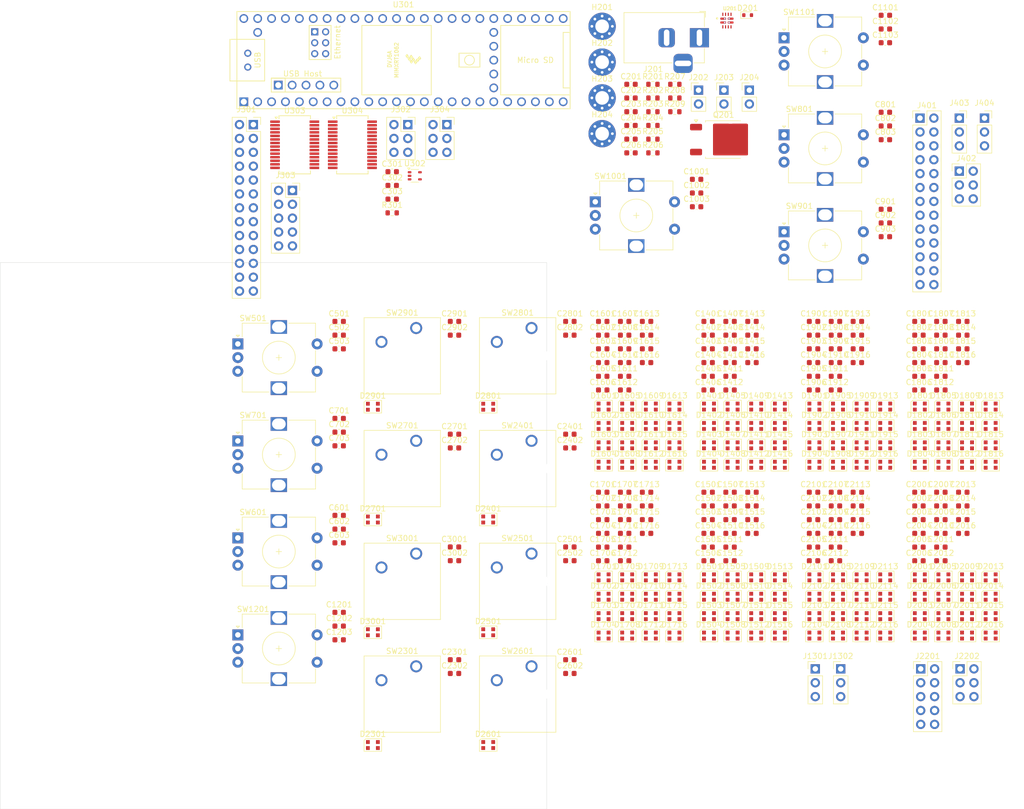
<source format=kicad_pcb>
(kicad_pcb (version 20241229) (generator "pcbnew") (generator_version "9.0")
  (layers (0 "F.Cu" signal) (2 "B.Cu" signal) (13 "F.Paste" user) (15 "B.Paste" user) (5 "F.SilkS" user "F.Silkscreen") (7 "B.SilkS" user "B.Silkscreen") (1 "F.Mask" user) (3 "B.Mask" user) (25 "Edge.Cuts" user))
  (net 0 "")
  (net 1 "GND")
  (net 2 "Net-(U201-SS)")
  (net 3 "+5V")
  (net 4 "Net-(D201-A2)")
  (net 5 "Net-(D1401-DOUT)")
  (net 6 "Net-(D1402-DOUT)")
  (net 7 "Net-(D1403-DOUT)")
  (net 8 "Net-(D1404-DOUT)")
  (net 9 "Net-(D1405-DOUT)")
  (net 10 "Net-(D1406-DOUT)")
  (net 11 "Net-(D1407-DOUT)")
  (net 12 "Net-(D1408-DOUT)")
  (net 13 "Net-(D1409-DOUT)")
  (net 14 "Net-(D1410-DOUT)")
  (net 15 "Net-(D1411-DOUT)")
  (net 16 "Net-(D1412-DOUT)")
  (net 17 "Net-(D1413-DOUT)")
  (net 18 "Net-(D1414-DOUT)")
  (net 19 "Net-(D1415-DOUT)")
  (net 20 "Net-(D1501-DOUT)")
  (net 21 "Net-(D1502-DOUT)")
  (net 22 "Net-(D1503-DOUT)")
  (net 23 "Net-(D1504-DOUT)")
  (net 24 "Net-(D1505-DOUT)")
  (net 25 "Net-(D1506-DOUT)")
  (net 26 "Net-(D1507-DOUT)")
  (net 27 "Net-(D1508-DOUT)")
  (net 28 "Net-(D1509-DOUT)")
  (net 29 "Net-(D1510-DOUT)")
  (net 30 "Net-(D1511-DOUT)")
  (net 31 "Net-(D1512-DOUT)")
  (net 32 "Net-(D1513-DOUT)")
  (net 33 "Net-(D1514-DOUT)")
  (net 34 "Net-(D1515-DOUT)")
  (net 35 "Net-(D1601-DOUT)")
  (net 36 "Net-(D1602-DOUT)")
  (net 37 "Net-(D1603-DOUT)")
  (net 38 "Net-(D1604-DOUT)")
  (net 39 "Net-(D1605-DOUT)")
  (net 40 "Net-(D1606-DOUT)")
  (net 41 "Net-(D1607-DOUT)")
  (net 42 "Net-(D1608-DOUT)")
  (net 43 "Net-(D1609-DOUT)")
  (net 44 "Net-(D1610-DOUT)")
  (net 45 "Net-(D1611-DOUT)")
  (net 46 "Net-(D1612-DOUT)")
  (net 47 "Net-(D1613-DOUT)")
  (net 48 "Net-(D1614-DOUT)")
  (net 49 "Net-(D1615-DOUT)")
  (net 50 "Net-(D1701-DOUT)")
  (net 51 "Net-(D1702-DOUT)")
  (net 52 "Net-(D1703-DOUT)")
  (net 53 "Net-(D1704-DOUT)")
  (net 54 "Net-(D1705-DOUT)")
  (net 55 "Net-(D1706-DOUT)")
  (net 56 "Net-(D1707-DOUT)")
  (net 57 "Net-(D1708-DOUT)")
  (net 58 "Net-(D1709-DOUT)")
  (net 59 "Net-(D1710-DOUT)")
  (net 60 "Net-(D1711-DOUT)")
  (net 61 "Net-(D1712-DOUT)")
  (net 62 "Net-(D1713-DOUT)")
  (net 63 "Net-(D1714-DOUT)")
  (net 64 "Net-(D1715-DOUT)")
  (net 65 "Net-(D1801-DOUT)")
  (net 66 "Net-(D1802-DOUT)")
  (net 67 "Net-(D1803-DOUT)")
  (net 68 "Net-(D1804-DOUT)")
  (net 69 "Net-(D1805-DOUT)")
  (net 70 "Net-(D1806-DOUT)")
  (net 71 "Net-(D1807-DOUT)")
  (net 72 "Net-(D1808-DOUT)")
  (net 73 "Net-(D1809-DOUT)")
  (net 74 "Net-(D1810-DOUT)")
  (net 75 "Net-(D1811-DOUT)")
  (net 76 "Net-(D1812-DOUT)")
  (net 77 "Net-(D1813-DOUT)")
  (net 78 "Net-(D1814-DOUT)")
  (net 79 "Net-(D1815-DOUT)")
  (net 80 "Net-(D1901-DOUT)")
  (net 81 "Net-(D1902-DOUT)")
  (net 82 "Net-(D1903-DOUT)")
  (net 83 "Net-(D1904-DOUT)")
  (net 84 "Net-(D1905-DOUT)")
  (net 85 "Net-(D1906-DOUT)")
  (net 86 "Net-(D1907-DOUT)")
  (net 87 "Net-(D1908-DOUT)")
  (net 88 "Net-(D1909-DOUT)")
  (net 89 "Net-(D1910-DOUT)")
  (net 90 "Net-(D1911-DOUT)")
  (net 91 "Net-(D1912-DOUT)")
  (net 92 "Net-(D1913-DOUT)")
  (net 93 "Net-(D1914-DOUT)")
  (net 94 "Net-(D1915-DOUT)")
  (net 95 "Net-(D2001-DOUT)")
  (net 96 "Net-(D2002-DOUT)")
  (net 97 "Net-(D2003-DOUT)")
  (net 98 "Net-(D2004-DOUT)")
  (net 99 "Net-(D2005-DOUT)")
  (net 100 "Net-(D2006-DOUT)")
  (net 101 "Net-(D2007-DOUT)")
  (net 102 "Net-(D2008-DOUT)")
  (net 103 "Net-(D2009-DOUT)")
  (net 104 "Net-(D2010-DOUT)")
  (net 105 "Net-(D2011-DOUT)")
  (net 106 "Net-(D2012-DOUT)")
  (net 107 "Net-(D2013-DOUT)")
  (net 108 "Net-(D2014-DOUT)")
  (net 109 "Net-(D2015-DOUT)")
  (net 110 "Net-(D2101-DOUT)")
  (net 111 "Net-(D2102-DOUT)")
  (net 112 "Net-(D2103-DOUT)")
  (net 113 "Net-(D2104-DOUT)")
  (net 114 "Net-(D2105-DOUT)")
  (net 115 "Net-(D2106-DOUT)")
  (net 116 "Net-(D2107-DOUT)")
  (net 117 "Net-(D2108-DOUT)")
  (net 118 "Net-(D2109-DOUT)")
  (net 119 "Net-(D2110-DOUT)")
  (net 120 "Net-(D2111-DOUT)")
  (net 121 "Net-(D2112-DOUT)")
  (net 122 "Net-(D2113-DOUT)")
  (net 123 "Net-(D2114-DOUT)")
  (net 124 "Net-(D2115-DOUT)")
  (net 125 "Net-(J302-Pin_4)")
  (net 127 "Net-(U201-OV1)")
  (net 128 "Net-(U201-OV2)")
  (net 129 "Net-(U201-PR1)")
  (net 130 "Net-(U201-CP2)")
  (net 131 "Net-(U201-ILIM)")
  (net 132 "Net-(R301-Pad1)")
  (net 185 "/main/VAUX")
  (net 186 "/main/VUSB")
  (net 187 "/main/Teensy/3.3V")
  (net 188 "/main/Teensy/0_GPA0")
  (net 189 "/main/Teensy/0_GPB0")
  (net 190 "/main/Teensy/1_GPA0")
  (net 191 "/main/Teensy/0_GPA1")
  (net 192 "/main/Teensy/0_GPB1")
  (net 193 "/main/Teensy/1_GPA1")
  (net 194 "/main/Teensy/0_GPA2")
  (net 195 "/main/Teensy/0_GPB2")
  (net 196 "/main/Teensy/1_GPA2")
  (net 197 "/main/Teensy/0_GPA3")
  (net 198 "/main/Teensy/0_GPB3")
  (net 199 "/main/Teensy/1_GPA3")
  (net 200 "/main/Teensy/0_GPA4")
  (net 201 "/main/Teensy/0_GPB4")
  (net 202 "/main/Teensy/1_GPA4")
  (net 203 "/main/Teensy/0_GPA5")
  (net 204 "/main/Teensy/0_GPB5")
  (net 205 "/main/Teensy/1_GPA5")
  (net 206 "/main/Teensy/0_GPA6")
  (net 207 "/main/Teensy/0_GPB6")
  (net 208 "/main/Teensy/1_GPA6")
  (net 209 "/main/Teensy/0_GPA7")
  (net 210 "/main/Teensy/0_GPB7")
  (net 211 "/main/Teensy/1_GPA7")
  (net 212 "/main/Teensy/1_GPB0")
  (net 213 "/main/Teensy/1_GPB1")
  (net 214 "/main/Teensy/1_GPB2")
  (net 215 "/main/Teensy/1_GPB3")
  (net 216 "/main/Teensy/1_GPB4")
  (net 217 "/main/Teensy/1_GPB5")
  (net 218 "/main/Teensy/1_GPB6")
  (net 219 "/main/Teensy/1_GPB7")
  (net 220 "/main/Teensy/NEOPIXEL_DATA_5V")
  (net 221 "/main/VCC")
  (net 222 "/encoder8/0_GPA0")
  (net 223 "/encoder8/0_GPB0")
  (net 224 "/encoder8/1_GPA0")
  (net 225 "/encoder8/0_GPA1")
  (net 226 "/encoder8/0_GPB1")
  (net 227 "/encoder8/1_GPA1")
  (net 228 "/encoder8/0_GPA2")
  (net 229 "/encoder8/0_GPB2")
  (net 230 "/encoder8/1_GPA2")
  (net 231 "/encoder8/0_GPA3")
  (net 232 "/encoder8/0_GPB3")
  (net 233 "/encoder8/1_GPA3")
  (net 234 "/encoder8/0_GPA4")
  (net 235 "/encoder8/0_GPB4")
  (net 236 "/encoder8/1_GPA4")
  (net 237 "/main/ST")
  (net 238 "/main/Teensy/LCD_MOSI")
  (net 239 "/main/Teensy/MCP_INT_A")
  (net 240 "/main/Teensy/MCP_MOSI")
  (net 241 "/main/Teensy/LCD_CS")
  (net 242 "/main/Teensy/MCP_INT_B")
  (net 243 "/main/Teensy/LCD_RST")
  (net 244 "/main/Teensy/NEOPIXEL_DATA")
  (net 245 "/main/Teensy/MCP_RST")
  (net 246 "/main/Teensy/MCP_MISO")
  (net 247 "/main/Teensy/MCP_CS")
  (net 248 "/main/Teensy/LCD_MISO")
  (net 249 "/main/Teensy/LCD_SCK")
  (net 250 "/main/Teensy/MCP_SCK")
  (net 251 "/encoder8/0_GPA5")
  (net 252 "/encoder8/0_GPB5")
  (net 253 "/encoder8/1_GPA5")
  (net 254 "/encoder8/0_GPA6")
  (net 255 "/encoder8/0_GPB6")
  (net 256 "/encoder8/1_GPA6")
  (net 257 "/encoder8/0_GPA7")
  (net 258 "/encoder8/0_GPB7")
  (net 259 "/encoder8/1_GPA7")
  (net 260 "/button8/LED_5V")
  (net 261 "/button8/1_GPB0")
  (net 262 "/button8/1_GPB1")
  (net 263 "/button8/1_GPB2")
  (net 264 "/button8/1_GPB3")
  (net 265 "/button8/1_GPB4")
  (net 266 "/button8/1_GPB5")
  (net 267 "/button8/1_GPB6")
  (net 268 "/button8/1_GPB7")
  (net 269 "/ledRing8/DIN")
  (net 270 "/ledRing8/ledRing/DOUT")
  (net 271 "/ledRing8/ledRing1/DIN")
  (net 272 "/ledRing8/ledRing1/DOUT")
  (net 273 "/ledRing8/ledRing3/DOUT")
  (net 274 "/ledRing8/ledRing4/DOUT")
  (net 275 "/ledRing8/ledRing5/DOUT")
  (net 276 "/ledRing8/ledRing6/DOUT")
  (net 277 "/ledRing8/DOUT")
  (net 278 "/button8/LED_DIN")
  (net 279 "/button8/button/DOUT")
  (net 280 "/button8/button1/DOUT")
  (net 281 "/button8/button2/DOUT")
  (net 282 "/button8/button3/DOUT")
  (net 283 "/button8/button4/DOUT")
  (net 284 "/button8/button5/DOUT")
  (net 285 "/button8/button6/DOUT")
  (net 286 "/button8/LED_DOUT")
  (net 287 "/encoder8/LED_DIN")
  (net 288 "/encoder8/LED_5V")
  (net 289 "/encoder8/LED_DOUT")
  (footprint "Capacitor_SMD:C_0603_1608Metric" (layer "F.Cu") (at 109.31 65.114)
    (property "Reference" "C2902")
    (property "Value" "100n")
  )
  (footprint "Capacitor_SMD:C_0603_1608Metric" (layer "F.Cu") (at 183 65.114)
    (property "Reference" "C1914")
    (property "Value" "100n")
  )
  (footprint "LED_SMD:LED_WS2812B-2020_PLCC4_2.0x2.0mm" (layer "F.Cu") (at 140.895 120.094)
    (property "Reference" "D1708")
    (property "Value" "WS2812B-2020")
  )
  (footprint "Capacitor_SMD:C_0603_1608Metric" (layer "F.Cu") (at 183 96.374)
    (property "Reference" "C2114")
    (property "Value" "100n")
  )
  (footprint "LED_SMD:LED_WS2812B-2020_PLCC4_2.0x2.0mm" (layer "F.Cu") (at 198.735 120.094)
    (property "Reference" "D2008")
    (property "Value" "WS2812B-2020")
  )
  (footprint "LED_SMD:LED_WS2812B-2020_PLCC4_2.0x2.0mm" (layer "F.Cu") (at 136.575 78.184)
    (property "Reference" "D1601")
    (property "Value" "WS2812B-2020")
  )
  (footprint "Capacitor_SMD:C_0603_1608Metric" (layer "F.Cu") (at 88.21 67.624)
    (property "Reference" "C503")
    (property "Value" "100n")
  )
  (footprint "Capacitor_SMD:C_0603_1608Metric" (layer "F.Cu") (at 174.98 75.154)
    (property "Reference" "C1906")
    (property "Value" "100n")
  )
  (footprint "LED_SMD:LED_WS2812B-2020_PLCC4_2.0x2.0mm" (layer "F.Cu") (at 183.775 112.994)
    (property "Reference" "D2110")
    (property "Value" "WS2812B-2020")
  )
  (footprint "LED_SMD:LED_WS2812B-2020_PLCC4_2.0x2.0mm" (layer "F.Cu") (at 155.855 85.284)
    (property "Reference" "D1403")
    (property "Value" "WS2812B-2020")
  )
  (footprint "Capacitor_SMD:C_0603_1608Metric" (layer "F.Cu") (at 194.26 67.624)
    (property "Reference" "C1803")
    (property "Value" "100n")
  )
  (footprint "Rotary_Encoder:RotaryEncoder_Alps_EC12E-Switch_Vertical_H20mm" (layer "F.Cu") (at 169.59 10.694)
    (property "Reference" "SW1101")
    (property "Value" "RotaryEncoder_Switch")
  )
  (footprint "MountingHole:MountingHole_2.5mm_Pad_Via" (layer "F.Cu") (at 136.31 15.144)
    (property "Reference" "H202")
    (property "Value" "MountingHole_Pad")
  )
  (footprint "LED_SMD:LED_WS2812B-2020_PLCC4_2.0x2.0mm" (layer "F.Cu") (at 160.175 81.734)
    (property "Reference" "D1406")
    (property "Value" "WS2812B-2020")
  )
  (footprint "Capacitor_SMD:C_0603_1608Metric" (layer "F.Cu") (at 163.72 101.394)
    (property "Reference" "C1516")
    (property "Value" "100n")
  )
  (footprint "LED_SMD:LED_WS2812B-2020_PLCC4_2.0x2.0mm" (layer "F.Cu") (at 149.535 112.994)
    (property "Reference" "D1714")
    (property "Value" "WS2812B-2020")
  )
  (footprint "Capacitor_SMD:C_0603_1608Metric" (layer "F.Cu") (at 178.99 70.134)
    (property "Reference" "C1910")
    (property "Value" "100n")
  )
  (footprint "Capacitor_SMD:C_0603_1608Metric" (layer "F.Cu") (at 97.91 35.204)
    (property "Reference" "C301")
    (property "Value" "100n")
  )
  (footprint "LED_SMD:LED_WS2812B-2020_PLCC4_2.0x2.0mm" (layer "F.Cu") (at 179.455 112.994)
    (property "Reference" "D2106")
    (property "Value" "WS2812B-2020")
  )
  (footprint "LED_SMD:LED_WS2812B-2020_PLCC4_2.0x2.0mm" (layer "F.Cu") (at 140.895 78.184)
    (property "Reference" "D1605")
    (property "Value" "WS2812B-2020")
  )
  (footprint "Capacitor_SMD:C_0603_1608Metric" (layer "F.Cu") (at 109.31 127.034)
    (property "Reference" "C2302")
    (property "Value" "100n")
  )
  (footprint "Button_Switch_Keyboard:SW_Cherry_MX_1.00u_PCB" (layer "F.Cu") (at 102.3 63.814)
    (property "Reference" "SW2901")
    (property "Value" "SW_Push")
  )
  (footprint "Capacitor_SMD:C_0603_1608Metric" (layer "F.Cu") (at 178.99 106.414)
    (property "Reference" "C2112")
    (property "Value" "100n")
  )
  (footprint "LED_SMD:LED_WS2812B-2020_PLCC4_2.0x2.0mm" (layer "F.Cu") (at 175.135 120.094)
    (property "Reference" "D2104")
    (property "Value" "WS2812B-2020")
  )
  (footprint "Capacitor_SMD:C_0603_1608Metric" (layer "F.Cu") (at 159.71 65.114)
    (property "Reference" "C1408")
    (property "Value" "100n")
  )
  (footprint "Connector_PinHeader_2.54mm:PinHeader_1x02_P2.54mm_Vertical" (layer "F.Cu") (at 153.94 20.274)
    (property "Reference" "J202")
    (property "Value" "Conn_01x02")
  )
  (footprint "MountingHole:MountingHole_2.5mm_Pad_Via" (layer "F.Cu") (at 136.31 21.694)
    (property "Reference" "H203")
    (property "Value" "MountingHole_Pad")
  )
  (footprint "LED_SMD:LED_WS2812B-2020_PLCC4_2.0x2.0mm" (layer "F.Cu") (at 168.815 116.544)
    (property "Reference" "D1515")
    (property "Value" "WS2812B-2020")
  )
  (footprint "Rotary_Encoder:RotaryEncoder_Alps_EC12E-Switch_Vertical_H20mm" (layer "F.Cu") (at 69.68 66.724)
    (property "Reference" "SW501")
    (property "Value" "RotaryEncoder_Switch")
  )
  (footprint "LED_SMD:LED_WS2812B-2020_PLCC4_2.0x2.0mm" (layer "F.Cu") (at 168.815 81.734)
    (property "Reference" "D1414")
    (property "Value" "WS2812B-2020")
  )
  (footprint "Connector_PinSocket_2.54mm:PinSocket_2x03_P2.54mm_Vertical" (layer "F.Cu") (at 100.77 26.574)
    (property "Reference" "J302")
    (property "Value" "Conn_02x03_Odd_Even")
  )
  (footprint "LED_SMD:LED_WS2812B-2020_PLCC4_2.0x2.0mm" (layer "F.Cu") (at 149.535 81.734)
    (property "Reference" "D1614")
    (property "Value" "WS2812B-2020")
  )
  (footprint "LED_SMD:LED_WS2812B-2020_PLCC4_2.0x2.0mm" (layer "F.Cu") (at 94.375 140.134)
    (property "Reference" "D2301")
    (property "Value" "WS2812B-2020")
  )
  (footprint "LED_SMD:LED_WS2812B-2020_PLCC4_2.0x2.0mm" (layer "F.Cu") (at 149.535 109.444)
    (property "Reference" "D1713")
    (property "Value" "WS2812B-2020")
  )
  (footprint "Capacitor_SMD:C_0603_1608Metric" (layer "F.Cu") (at 144.44 67.624)
    (property "Reference" "C1615")
    (property "Value" "100n")
  )
  (footprint "Capacitor_SMD:C_0603_1608Metric" (layer "F.Cu") (at 163.72 65.114)
    (property "Reference" "C1414")
    (property "Value" "100n")
  )
  (footprint "Connector_PinHeader_2.54mm:PinHeader_1x02_P2.54mm_Vertical" (layer "F.Cu") (at 163.24 20.274)
    (property "Reference" "J204")
    (property "Value" "Conn_01x02")
  )
  (footprint "Connector_PinHeader_2.54mm:PinHeader_2x13_P2.54mm_Vertical" (layer "F.Cu") (at 194.45 25.394)
    (property "Reference" "J401")
    (property "Value" "Conn_02x13_Odd_Even")
  )
  (footprint "LED_SMD:LED_WS2812B-2020_PLCC4_2.0x2.0mm" (layer "F.Cu") (at 207.375 88.834)
    (property "Reference" "D1816")
    (property "Value" "WS2812B-2020")
  )
  (footprint "Capacitor_SMD:C_0603_1608Metric" (layer "F.Cu") (at 163.72 67.624)
    (property "Reference" "C1415")
    (property "Value" "100n")
  )
  (footprint "Capacitor_SMD:C_0603_1608Metric" (layer "F.Cu") (at 140.43 93.864)
    (property "Reference" "C1707")
    (property "Value" "100n")
  )
  (footprint "Capacitor_SMD:C_0603_1608Metric" (layer "F.Cu") (at 194.26 62.604)
    (property "Reference" "C1801")
    (property "Value" "100n")
  )
  (footprint "Capacitor_SMD:C_0603_1608Metric" (layer "F.Cu") (at 140.43 75.154)
    (property "Reference" "C1612")
    (property "Value" "100n")
  )
  (footprint "LED_SMD:LED_WS2812B-2020_PLCC4_2.0x2.0mm" (layer "F.Cu") (at 164.495 78.184)
    (property "Reference" "D1409")
    (property "Value" "WS2812B-2020")
  )
  (footprint "Capacitor_SMD:C_0603_1608Metric" (layer "F.Cu") (at 155.7 72.644)
    (property "Reference" "C1405")
    (property "Value" "100n")
  )
  (footprint "LED_SMD:LED_WS2812B-2020_PLCC4_2.0x2.0mm" (layer "F.Cu") (at 145.215 116.544)
    (property "Reference" "D1711")
    (property "Value" "WS2812B-2020")
  )
  (footprint "Capacitor_SMD:C_0603_1608Metric" (layer "F.Cu") (at 174.98 106.414)
    (property "Reference" "C2106")
    (property "Value" "100n")
  )
  (footprint "Capacitor_SMD:C_0603_1608Metric" (layer "F.Cu") (at 188.12 44.584)
    (property "Reference" "C902")
    (property "Value" "100n")
  )
  (footprint "LED_SMD:LED_WS2812B-2020_PLCC4_2.0x2.0mm" (layer "F.Cu") (at 145.215 78.184)
    (property "Reference" "D1609")
    (property "Value" "WS2812B-2020")
  )
  (footprint "Capacitor_SMD:C_0603_1608Metric" (layer "F.Cu") (at 130.41 85.754)
    (property "Reference" "C2402")
    (property "Value" "100n")
  )
  (footprint "Capacitor_SMD:C_0603_1608Metric" (layer "F.Cu") (at 155.7 106.414)
    (property "Reference" "C1506")
    (property "Value" "100n")
  )
  (footprint "Capacitor_SMD:C_0603_1608Metric" (layer "F.Cu") (at 88.21 62.604)
    (property "Reference" "C501")
    (property "Value" "100n")
  )
  (footprint "LED_SMD:LED_WS2812B-2020_PLCC4_2.0x2.0mm" (layer "F.Cu") (at 179.455 78.184)
    (property "Reference" "D1905")
    (property "Value" "WS2812B-2020")
  )
  (footprint "Capacitor_SMD:C_0603_1608Metric" (layer "F.Cu") (at 130.41 83.244)
    (property "Reference" "C2401")
    (property "Value" "100n")
  )
  (footprint "Capacitor_SMD:C_0603_1608Metric" (layer "F.Cu") (at 174.98 62.604)
    (property "Reference" "C1901")
    (property "Value" "100n")
  )
  (footprint "Capacitor_SMD:C_0603_1608Metric" (layer "F.Cu") (at 202.28 62.604)
    (property "Reference" "C1813")
    (property "Value" "100n")
  )
  (footprint "Capacitor_SMD:C_0603_1608Metric" (layer "F.Cu") (at 174.98 101.394)
    (property "Reference" "C2104")
    (property "Value" "100n")
  )
  (footprint "Connector_PinHeader_2.54mm:PinHeader_2x03_P2.54mm_Vertical" (layer "F.Cu") (at 201.65 35.094)
    (property "Reference" "J402")
    (property "Value" "Conn_02x03_Odd_Even")
  )
  (footprint "Capacitor_SMD:C_0603_1608Metric" (layer "F.Cu") (at 178.99 103.904)
    (property "Reference" "C2111")
    (property "Value" "100n")
  )
  (footprint "Capacitor_SMD:C_0603_1608Metric" (layer "F.Cu") (at 141.59 24.224)
    (property "Reference" "C203")
    (property "Value" "100n")
  )
  (footprint "LED_SMD:LED_WS2812B-2020_PLCC4_2.0x2.0mm" (layer "F.Cu") (at 160.175 78.184)
    (property "Reference" "D1405")
    (property "Value" "WS2812B-2020")
  )
  (footprint "LED_SMD:LED_WS2812B-2020_PLCC4_2.0x2.0mm" (layer "F.Cu") (at 188.095 116.544)
    (property "Reference" "D2115")
    (property "Value" "WS2812B-2020")
  )
  (footprint "Capacitor_SMD:C_0603_1608Metric" (layer "F.Cu") (at 194.26 75.154)
    (property "Reference" "C1806")
    (property "Value" "100n")
  )
  (footprint "Capacitor_SMD:C_0603_1608Metric" (layer "F.Cu") (at 144.44 101.394)
    (property "Reference" "C1716")
    (property "Value" "100n")
  )
  (footprint "LED_SMD:LED_WS2812B-2020_PLCC4_2.0x2.0mm" (layer "F.Cu") (at 149.535 78.184)
    (property "Reference" "D1613")
    (property "Value" "WS2812B-2020")
  )
  (footprint "Capacitor_SMD:C_0603_1608Metric" (layer "F.Cu") (at 140.43 70.134)
    (property "Reference" "C1610")
    (property "Value" "100n")
  )
  (footprint "Capacitor_SMD:C_0603_1608Metric" (layer "F.Cu") (at 155.7 67.624)
    (property "Reference" "C1403")
    (property "Value" "100n")
  )
  (footprint "Rotary_Encoder:RotaryEncoder_Alps_EC12E-Switch_Vertical_H20mm" (layer "F.Cu") (at 69.68 102.224)
    (property "Reference" "SW601")
    (property "Value" "RotaryEncoder_Switch")
  )
  (footprint "Resistor_SMD:R_0603_1608Metric" (layer "F.Cu") (at 145.6 19.204)
    (property "Reference" "R201")
    (property "Value" "20.5k")
  )
  (footprint "Capacitor_SMD:C_0603_1608Metric" (layer "F.Cu") (at 159.71 101.394)
    (property "Reference" "C1510")
    (property "Value" "100n")
  )
  (footprint "Capacitor_SMD:C_0603_1608Metric" (layer "F.Cu") (at 198.27 75.154)
    (property "Reference" "C1812")
    (property "Value" "100n")
  )
  (footprint "Capacitor_SMD:C_0603_1608Metric" (layer "F.Cu") (at 141.59 31.754)
    (property "Reference" "C206")
    (property "Value" "1u")
  )
  (footprint "Capacitor_SMD:C_0603_1608Metric" (layer "F.Cu") (at 183 62.604)
    (property "Reference" "C1913")
    (property "Value" "100n")
  )
  (footprint "Capacitor_SMD:C_0603_1608Metric" (layer "F.Cu") (at 194.26 96.374)
    (property "Reference" "C2002")
    (property "Value" "100n")
  )
  (footprint "Capacitor_SMD:C_0603_1608Metric" (layer "F.Cu") (at 198.27 106.414)
    (property "Reference" "C2012")
    (property "Value" "100n")
  )
  (footprint "LED_SMD:LED_WS2812B-2020_PLCC4_2.0x2.0mm" (layer "F.Cu") (at 145.215 88.834)
    (property "Reference" "D1612")
    (property "Value" "WS2812B-2020")
  )
  (footprint "Capacitor_SMD:C_0603_1608Metric" (layer "F.Cu") (at 88.21 100.614)
    (property "Reference" "C602")
    (property "Value" "100n")
  )
  (footprint "Capacitor_SMD:C_0603_1608Metric" (layer "F.Cu") (at 140.43 62.604)
    (property "Reference" "C1607")
    (property "Value" "100n")
  )
  (footprint "Connector_BarrelJack:BarrelJack_Horizontal" (layer "F.Cu") (at 154.11 10.679)
    (property "Reference" "J201")
    (property "Value" "Barrel_Jack_Switch")
  )
  (footprint "LED_SMD:LED_WS2812B-2020_PLCC4_2.0x2.0mm" (layer "F.Cu") (at 168.815 88.834)
    (property "Reference" "D1416")
    (property "Value" "WS2812B-2020")
  )
  (footprint "LED_SMD:LED_WS2812B-2020_PLCC4_2.0x2.0mm" (layer "F.Cu") (at 140.895 88.834)
    (property "Reference" "D1608")
    (property "Value" "WS2812B-2020")
  )
  (footprint "Capacitor_SMD:C_0603_1608Metric" (layer "F.Cu") (at 188.12 6.574)
    (property "Reference" "C1101")
    (property "Value" "100n")
  )
  (footprint "LED_SMD:LED_WS2812B-2020_PLCC4_2.0x2.0mm" (layer "F.Cu") (at 188.095 88.834)
    (property "Reference" "D1916")
    (property "Value" "WS2812B-2020")
  )
  (footprint "LED_SMD:LED_WS2812B-2020_PLCC4_2.0x2.0mm" (layer "F.Cu") (at 145.215 120.094)
    (property "Reference" "D1712")
    (property "Value" "WS2812B-2020")
  )
  (footprint "LED_SMD:LED_WS2812B-2020_PLCC4_2.0x2.0mm" (layer "F.Cu") (at 175.135 85.284)
    (property "Reference" "D1903")
    (property "Value" "WS2812B-2020")
  )
  (footprint "LED_SMD:LED_WS2812B-2020_PLCC4_2.0x2.0mm" (layer "F.Cu") (at 198.735 116.544)
    (property "Reference" "D2007")
    (property "Value" "WS2812B-2020")
  )
  (footprint "Capacitor_SMD:C_0603_1608Metric" (layer "F.Cu") (at 159.71 72.644)
    (property "Reference" "C1411")
    (property "Value" "100n")
  )
  (footprint "LED_SMD:LED_WS2812B-2020_PLCC4_2.0x2.0mm" (layer "F.Cu") (at 115.475 140.134)
    (property "Reference" "D2601")
    (property "Value" "WS2812B-2020")
  )
  (footprint "Capacitor_SMD:C_0603_1608Metric" (layer "F.Cu") (at 194.26 93.864)
    (property "Reference" "C2001")
    (property "Value" "100n")
  )
  (footprint "Capacitor_SMD:C_0603_1608Metric" (layer "F.Cu") (at 109.31 62.604)
    (property "Reference" "C2901")
    (property "Value" "100n")
  )
  (footprint "Capacitor_SMD:C_0603_1608Metric" (layer "F.Cu") (at 144.44 93.864)
    (property "Reference" "C1713")
    (property "Value" "100n")
  )
  (footprint "LED_SMD:LED_WS2812B-2020_PLCC4_2.0x2.0mm" (layer "F.Cu") (at 175.135 112.994)
    (property "Reference" "D2102")
    (property "Value" "WS2812B-2020")
  )
  (footprint "LED_SMD:LED_WS2812B-2020_PLCC4_2.0x2.0mm" (layer "F.Cu") (at 194.415 112.994)
    (property "Reference" "D2002")
    (property "Value" "WS2812B-2020")
  )
  (footprint "LED_SMD:LED_WS2812B-2020_PLCC4_2.0x2.0mm" (layer "F.Cu") (at 188.095 109.444)
    (property "Reference" "D2113")
    (property "Value" "WS2812B-2020")
  )
  (footprint "Capacitor_SMD:C_0603_1608Metric" (layer "F.Cu") (at 88.21 118.364)
    (property "Reference" "C1202")
    (property "Value" "100n")
  )
  (footprint "LED_SMD:LED_WS2812B-2020_PLCC4_2.0x2.0mm" (layer "F.Cu") (at 164.495 116.544)
    (property "Reference" "D1511")
    (property "Value" "WS2812B-2020")
  )
  (footprint "Capacitor_SMD:C_0603_1608Metric" (layer "F.Cu") (at 136.42 103.904)
    (property "Reference" "C1705")
    (property "Value" "100n")
  )
  (footprint "Capacitor_SMD:C_0603_1608Metric" (layer "F.Cu") (at 97.91 37.714)
    (property "Reference" "C302")
    (property "Value" "100n")
  )
  (footprint "Capacitor_SMD:C_0603_1608Metric" (layer "F.Cu") (at 140.43 72.644)
    (property "Reference" "C1611")
    (property "Value" "100n")
  )
  (footprint "LED_SMD:LED_WS2812B-2020_PLCC4_2.0x2.0mm" (layer "F.Cu") (at 198.735 109.444)
    (property "Reference" "D2005")
    (property "Value" "WS2812B-2020")
  )
  (footprint "LED_SMD:LED_WS2812B-2020_PLCC4_2.0x2.0mm" (layer "F.Cu") (at 140.895 112.994)
    (property "Reference" "D1706")
    (property "Value" "WS2812B-2020")
  )
  (footprint "Capacitor_SMD:C_0603_1608Metric" (layer "F.Cu") (at 174.98 72.644)
    (property "Reference" "C1905")
    (property "Value" "100n")
  )
  (footprint "LED_SMD:LED_WS2812B-2020_PLCC4_2.0x2.0mm" (layer "F.Cu") (at 179.455 120.094)
    (property "Reference" "D2108")
    (property "Value" "WS2812B-2020")
  )
  (footprint "LED_SMD:LED_WS2812B-2020_PLCC4_2.0x2.0mm" (layer "F.Cu") (at 164.495 109.444)
    (property "Reference" "D1509")
    (property "Value" "WS2812B-2020")
  )
  (footprint "Resistor_SMD:R_0603_1608Metric" (layer "F.Cu") (at 145.6 24.224)
    (property "Reference" "R203")
    (property "Value" "20.5k")
  )
  (footprint "LED_SMD:LED_WS2812B-2020_PLCC4_2.0x2.0mm" (layer "F.Cu") (at 203.055 88.834)
    (property "Reference" "D1812")
    (property "Value" "WS2812B-2020")
  )
  (footprint "Capacitor_SMD:C_0603_1608Metric" (layer "F.Cu") (at 174.98 67.624)
    (property "Reference" "C1903")
    (property "Value" "100n")
  )
  (footprint "LED_SMD:LED_WS2812B-2020_PLCC4_2.0x2.0mm" (layer "F.Cu") (at 175.135 116.544)
    (property "Reference" "D2103")
    (property "Value" "WS2812B-2020")
  )
  (footprint "Capacitor_SMD:C_0603_1608Metric" (layer "F.Cu") (at 202.28 98.884)
    (property "Reference" "C2015")
    (property "Value" "100n")
  )
  (footprint "Capacitor_SMD:C_0603_1608Metric" (layer "F.Cu") (at 88.21 115.854)
    (property "Reference" "C1201")
    (property "Value" "100n")
  )
  (footprint "Capacitor_SMD:C_0603_1608Metric" (layer "F.Cu") (at 144.44 65.114)
    (property "Reference" "C1614")
    (property "Value" "100n")
  )
  (footprint "LED_SMD:LED_WS2812B-2020_PLCC4_2.0x2.0mm" (layer "F.Cu") (at 194.415 120.094)
    (property "Reference" "D2004")
    (property "Value" "WS2812B-2020")
  )
  (footprint "LED_SMD:LED_WS2812B-2020_PLCC4_2.0x2.0mm" (layer "F.Cu") (at 136.575 109.444)
    (property "Reference" "D1701")
    (property "Value" "WS2812B-2020")
  )
  (footprint "Capacitor_SMD:C_0603_1608Metric" (layer "F.Cu") (at 140.43 65.114)
    (property "Reference" "C1608")
    (property "Value" "100n")
  )
  (footprint "LED_SMD:LED_WS2812B-2020_PLCC4_2.0x2.0mm" (layer "F.Cu") (at 179.455 116.544)
    (property "Reference" "D2107")
    (property "Value" "WS2812B-2020")
  )
  (footprint "Capacitor_SMD:C_0603_1608Metric" (layer "F.Cu") (at 141.59 21.714)
    (property "Reference" "C202")
    (property "Value" "100n")
  )
  (footprint "LED_SMD:LED_WS2812B-2020_PLCC4_2.0x2.0mm" (layer "F.Cu") (at 115.475 78.214)
    (property "Reference" "D2801")
    (property "Value" "WS2812B-2020")
  )
  (footprint "MountingHole:MountingHole_2.5mm_Pad_Via" (layer "F.Cu") (at 136.31 8.594)
    (property "Reference" "H201")
    (property "Value" "MountingHole_Pad")
  )
  (footprint "LED_SMD:LED_WS2812B-2020_PLCC4_2.0x2.0mm" (layer "F.Cu") (at 203.055 116.544)
    (property "Reference" "D2011")
    (property "Value" "WS2812B-2020")
  )
  (footprint "Capacitor_SMD:C_0603_1608Metric" (layer "F.Cu") (at 88.21 98.104)
    (property "Reference" "C601")
    (property "Value" "100n")
  )
  (footprint "LED_SMD:LED_WS2812B-2020_PLCC4_2.0x2.0mm" (layer "F.Cu") (at 198.735 112.994)
    (property "Reference" "D2006")
    (property "Value" "WS2812B-2020")
  )
  (footprint "Capacitor_SMD:C_0603_1608Metric" (layer "F.Cu") (at 202.28 101.394)
    (property "Reference" "C2016")
    (property "Value" "100n")
  )
  (footprint "Capacitor_SMD:C_0603_1608Metric" (layer "F.Cu") (at 159.71 106.414)
    (property "Reference" "C1512")
    (property "Value" "100n")
  )
  (footprint "Capacitor_SMD:C_0603_1608Metric" (layer "F.Cu") (at 194.26 72.644)
    (property "Reference" "C1805")
    (property "Value" "100n")
  )
  (footprint "LED_SMD:LED_WS2812B-2020_PLCC4_2.0x2.0mm" (layer "F.Cu") (at 175.135 81.734)
    (property "Reference" "D1902")
    (property "Value" "WS2812B-2020")
  )
  (footprint "Capacitor_SMD:C_0603_1608Metric" (layer "F.Cu") (at 155.7 103.904)
    (property "Reference" "C1505")
    (property "Value" "100n")
  )
  (footprint "LED_SMD:LED_WS2812B-2020_PLCC4_2.0x2.0mm" (layer "F.Cu") (at 145.215 81.734)
    (property "Reference" "D1610")
    (property "Value" "WS2812B-2020")
  )
  (footprint "TPS2121RUXR:IC_TPS2121RUXR" (layer "F.Cu") (at 159.135 7.544)
    (property "Reference" "U201")
    (property "Value" "TPS2121RUXR")
  )
  (footprint "Capacitor_SMD:C_0603_1608Metric" (layer "F.Cu") (at 198.27 62.604)
    (property "Reference" "C1807")
    (property "Value" "100n")
  )
  (footprint "LED_SMD:LED_WS2812B-2020_PLCC4_2.0x2.0mm" (layer "F.Cu") (at 160.175 112.994)
    (property "Reference" "D1506")
    (property "Value" "WS2812B-2020")
  )
  (footprint "LED_SMD:LED_WS2812B-2020_PLCC4_2.0x2.0mm" (layer "F.Cu") (at 207.375 116.544)
    (property "Reference" "D2015")
    (property "Value" "WS2812B-2020")
  )
  (footprint "LED_SMD:LED_WS2812B-2020_PLCC4_2.0x2.0mm" (layer "F.Cu") (at 168.815 112.994)
    (property "Reference" "D1514")
    (property "Value" "WS2812B-2020")
  )
  (footprint "Capacitor_SMD:C_0603_1608Metric" (layer "F.Cu") (at 188.12 24.324)
    (property "Reference" "C801")
    (property "Value" "100n")
  )
  (footprint "Button_Switch_Keyboard:SW_Cherry_MX_1.00u_PCB" (layer "F.Cu") (at 123.4 105.094)
    (property "Reference" "SW2501")
    (property "Value" "SW_Push")
  )
  (footprint "LED_SMD:LED_WS2812B-2020_PLCC4_2.0x2.0mm" (layer "F.Cu") (at 198.735 88.834)
    (property "Reference" "D1808")
    (property "Value" "WS2812B-2020")
  )
  (footprint "LED_SMD:LED_WS2812B-2020_PLCC4_2.0x2.0mm" (layer "F.Cu") (at 183.775 116.544)
    (property "Reference" "D2111")
    (property "Value" "WS2812B-2020")
  )
  (footprint "LED_SMD:LED_WS2812B-2020_PLCC4_2.0x2.0mm" (layer "F.Cu") (at 155.855 81.734)
    (property "Reference" "D1402")
    (property "Value" "WS2812B-2020")
  )
  (footprint "LED_SMD:LED_WS2812B-2020_PLCC4_2.0x2.0mm" (layer "F.Cu") (at 149.535 116.544)
    (property "Reference" "D1715")
    (property "Value" "WS2812B-2020")
  )
  (footprint "LED_SMD:LED_WS2812B-2020_PLCC4_2.0x2.0mm" (layer "F.Cu") (at 179.455 109.444)
    (property "Reference" "D2105")
    (property "Value" "WS2812B-2020")
  )
  (footprint "Connector_PinSocket_2.54mm:PinSocket_2x05_P2.54mm_Vertical" (layer "F.Cu") (at 79.67 38.624)
    (property "Reference" "J303")
    (property "Value" "Conn_02x05_Odd_Even")
  )
  (footprint "LED_SMD:LED_WS2812B-2020_PLCC4_2.0x2.0mm" (layer "F.Cu") (at 168.815 109.444)
    (property "Reference" "D1513")
    (property "Value" "WS2812B-2020")
  )
  (footprint "LED_SMD:LED_WS2812B-2020_PLCC4_2.0x2.0mm" (layer "F.Cu") (at 94.375 98.854)
    (property "Reference" "D2701")
    (property "Value" "WS2812B-2020")
  )
  (footprint "teensy:Teensy41" (layer "F.Cu") (at 99.98 14.784)
    (property "Reference" "U301")
    (property "Value" "Teensy4.1")
  )
  (footprint "Capacitor_SMD:C_0603_1608Metric" (layer "F.Cu") (at 174.98 70.134)
    (property "Reference" "C1904")
    (property "Value" "100n")
  )
  (footprint "Capacitor_SMD:C_0603_1608Metric" (layer "F.Cu") (at 136.42 75.154)
    (property "Reference" "C1606")
    (property "Value" "100n")
  )
  (footprint "Capacitor_SMD:C_0603_1608Metric" (layer "F.Cu") (at 163.72 70.134)
    (property "Reference" "C1416")
    (property "Value" "100n")
  )
  (footprint "LED_SMD:LED_WS2812B-2020_PLCC4_2.0x2.0mm" (layer "F.Cu") (at 183.775 85.284)
    (property "Reference" "D1911")
    (property "Value" "WS2812B-2020")
  )
  (footprint "Capacitor_SMD:C_0603_1608Metric" (layer "F.Cu") (at 140.43 96.374)
    (property "Reference" "C1708")
    (property "Value" "100n")
  )
  (footprint "LED_SMD:LED_WS2812B-2020_PLCC4_2.0x2.0mm" (layer "F.Cu") (at 149.535 120.094)
    (property "Reference" "D1716")
    (property "Value" "WS2812B-2020")
  )
  (footprint "MountingHole:MountingHole_2.5mm_Pad_Via" (layer "F.Cu") (at 136.31 28.244)
    (property "Reference" "H204")
    (property "Value" "MountingHole_Pad")
  )
  (footprint "Capacitor_SMD:C_0603_1608Metric" (layer "F.Cu") (at 155.7 65.114)
    (property "Reference" "C1402")
    (property "Value" "100n")
  )
  (footprint "LED_SMD:LED_WS2812B-2020_PLCC4_2.0x2.0mm" (layer "F.Cu") (at 149.535 85.284)
    (property "Reference" "D1615")
    (property "Value" "WS2812B-2020")
  )
  (footprint "Resistor_SMD:R_0603_1608Metric" (layer "F.Cu") (at 149.61 24.224)
    (property "Reference" "R209")
    (property "Value" "22.1k")
  )
  (footprint "Capacitor_SMD:C_0603_1608Metric" (layer "F.Cu") (at 155.7 75.154)
    (property "Reference" "C1406")
    (property "Value" "100n")
  )
  (footprint "Capacitor_SMD:C_0603_1608Metric" (layer "F.Cu") (at 153.59 36.594)
    (property "Reference" "C1001")
    (property "Value" "100n")
  )
  (footprint "Button_Switch_Keyboard:SW_Cherry_MX_1.00u_PCB" (layer "F.Cu") (at 102.3 105.094)
    (property "Reference" "SW3001")
    (property "Value" "SW_Push")
  )
  (footprint "LED_SMD:LED_WS2812B-2020_PLCC4_2.0x2.0mm" (layer "F.Cu") (at 160.175 120.094)
    (property "Reference" "D1508")
    (property "Value" "WS2812B-2020")
  )
  (footprint "Capacitor_SMD:C_0603_1608Metric" (layer "F.Cu") (at 188.12 9.084)
    (property "Reference" "C1102")
    (property "Value" "100n")
  )
  (footprint "Capacitor_SMD:C_0603_1608Metric" (layer "F.Cu") (at 198.27 101.394)
    (property "Reference" "C2010")
    (property "Value" "100n")
  )
  (footprint "Capacitor_SMD:C_0603_1608Metric" (layer "F.Cu") (at 88.21 103.124)
    (property "Reference" "C603")
    (property "Value" "100n")
  )
  (footprint "Capacitor_SMD:C_0603_1608Metric" (layer "F.Cu") (at 136.42 65.114)
    (property "Reference" "C1602")
    (property "Value" "100n")
  )
  (footprint "Package_TO_SOT_SMD:SOT-353_SC-70-5" (layer "F.Cu") (at 102.04 35.949)
    (property "Reference" "U302")
    (property "Value" "74LVC1GU04")
  )
  (footprint "Capacitor_SMD:C_0603_1608Metric" (layer "F.Cu") (at 130.41 124.524)
    (property "Reference" "C2601")
    (property "Value" "100n")
  )
  (footprint "LED_SMD:LED_WS2812B-2020_PLCC4_2.0x2.0mm" (layer "F.Cu") (at 188.095 78.184)
    (property "Reference" "D1913")
    (property "Value" "WS2812B-2020")
  )
  (footprint "LED_SMD:LED_WS2812B-2020_PLCC4_2.0x2.0mm" (layer "F.Cu") (at 207.375 78.184)
    (property "Reference" "D1813")
    (property "Value" "WS2812B-2020")
  )
  (footprint "Package_SO:SSOP-28_5.3x10.2mm_P0.65mm" (layer "F.Cu") (at 80.08 30.274)
    (property "Reference" "U303")
    (property "Value" "MCP23S17_SS")
  )
  (footprint "LED_SMD:LED_WS2812B-2020_PLCC4_2.0x2.0mm" (layer "F.Cu") (at 136.575 85.284)
    (property "Reference" "D1603")
    (property "Value" "WS2812B-2020")
  )
  (footprint "Capacitor_SMD:C_0603_1608Metric" (layer "F.Cu") (at 159.71 67.624)
    (property "Reference" "C1409")
    (property "Value" "100n")
  )
  (footprint "Capacitor_SMD:C_0603_1608Metric" (layer "F.Cu") (at 202.28 65.114)
    (property "Reference" "C1814")
    (property "Value" "100n")
  )
  (footprint "Capacitor_SMD:C_0603_1608Metric" (layer "F.Cu") (at 153.59 41.614)
    (property "Reference" "C1003")
    (property "Value" "100n")
  )
  (footprint "LED_SMD:LED_WS2812B-2020_PLCC4_2.0x2.0mm" (layer "F.Cu") (at 115.475 98.854)
    (property "Reference" "D2401")
    (property "Value" "WS2812B-2020")
  )
  (footprint "Resistor_SMD:R_0603_1608Metric" (layer "F.Cu") (at 145.6 31.754)
    (property "Reference" "R206")
    (property "Value" "5k")
  )
  (footprint "Rotary_Encoder:RotaryEncoder_Alps_EC12E-Switch_Vertical_H20mm" (layer "F.Cu") (at 135.06 40.714)
    (property "Reference" "SW1001")
    (property "Value" "RotaryEncoder_Switch")
  )
  (footprint "Capacitor_SMD:C_0603_1608Metric" (layer "F.Cu") (at 136.42 70.134)
    (property "Reference" "C1604")
    (property "Value" "100n")
  )
  (footprint "Capacitor_SMD:C_0603_1608Metric" (layer "F.Cu") (at 140.43 101.394)
    (property "Reference" "C1710")
    (property "Value" "100n")
  )
  (footprint "Capacitor_SMD:C_0603_1608Metric" (layer "F.Cu") (at 178.99 65.114)
    (property "Reference" "C1908")
    (property "Value" "100n")
  )
  (footprint "Resistor_SMD:R_0603_1608Metric" (layer "F.Cu") (at 97.91 42.734)
    (property "Reference" "R301")
    (property "Value" "100")
  )
  (footprint "Connector_PinSocket_2.54mm:PinSocket_2x03_P2.54mm_Vertical" (layer "F.Cu") (at 107.92 26.574)
    (property "Reference" "J304")
    (property "Value" "Conn_02x03_Odd_Even")
  )
  (footprint "Rotary_Encoder:RotaryEncoder_Alps_EC12E-Switch_Vertical_H20mm" (layer "F.Cu") (at 169.59 46.194)
    (property "Reference" "SW901")
    (property "Value" "RotaryEncoder_Switch")
  )
  (footprint "Capacitor_SMD:C_0603_1608Metric" (layer "F.Cu") (at 155.7 70.134)
    (property "Reference" "C1404")
    (property "Value" "100n")
  )
  (footprint "LED_SMD:LED_WS2812B-2020_PLCC4_2.0x2.0mm" (layer "F.Cu") (at 198.735 81.734)
    (property "Reference" "D1806")
    (property "Value" "WS2812B-2020")
  )
  (footprint "Capacitor_SMD:C_0603_1608Metric" (layer "F.Cu") (at 198.27 93.864)
    (property "Reference" "C2007")
    (property "Value" "100n")
  )
  (footprint "Capacitor_SMD:C_0603_1608Metric" (layer "F.Cu") (at 140.43 98.884)
    (property "Reference" "C1709")
    (property "Value" "100n")
  )
  (footprint "LED_SMD:LED_WS2812B-2020_PLCC4_2.0x2.0mm" (layer "F.Cu") (at 183.775 120.094)
    (property "Reference" "D2112")
    (property "Value" "WS2812B-2020")
  )
  (footprint "Capacitor_SMD:C_0603_1608Metric" (layer "F.Cu") (at 198.27 98.884)
    (property "Reference" "C2009")
    (property "Value" "100n")
  )
  (footprint "Rotary_Encoder:RotaryEncoder_Alps_EC12E-Switch_Vertical_H20mm" (layer "F.Cu") (at 69.68 119.974)
    (property "Reference" "SW1201")
    (property "Value" "RotaryEncoder_Switch")
  )
  (footprint "Resistor_SMD:R_0603_1608Metric" (layer "F.Cu") (at 145.6 21.714)
    (property "Reference" "R202")
    (property "Value" "5k")
  )
  (footprint "LED_SMD:LED_WS2812B-2020_PLCC4_2.0x2.0mm" (layer "F.Cu") (at 155.855 78.184)
    (property "Reference" "D1401")
    (property "Value" "WS2812B-2020")
  )
  (footprint "Capacitor_SMD:C_0603_1608Metric" (layer "F.Cu") (at 144.44 96.374)
    (property "Reference" "C1714")
    (property "Value" "100n")
  )
  (footprint "Connector_PinHeader_2.54mm:PinHeader_1x03_P2.54mm_Vertical" (layer "F.Cu") (at 179.95 126.194)
    (property "Reference" "J1302")
    (property "Value" "Conn_01x03")
  )
  (footprint "LED_SMD:LED_WS2812B-2020_PLCC4_2.0x2.0mm" (layer "F.Cu") (at 94.375 119.494)
    (property "Reference" "D3001")
    (property "Value" "WS2812B-2020")
  )
  (footprint "Capacitor_SMD:C_0603_1608Metric" (layer "F.Cu") (at 178.99 62.604)
    (property "Reference" "C1907")
    (property "Value" "100n")
  )
  (footprint "Capacitor_SMD:C_0603_1608Metric" (layer "F.Cu") (at 109.31 103.884)
    (property "Reference" "C3001")
    (property "Value" "100n")
  )
  (footprint "Capacitor_SMD:C_0603_1608Metric" (layer "F.Cu") (at 198.27 65.114)
    (property "Reference" "C1808")
    (property "Value" "100n")
  )
  (footprint "Connector_PinHeader_2.54mm:PinHeader_1x03_P2.54mm_Vertical" (layer "F.Cu") (at 175.3 126.194)
    (property "Reference" "J1301")
    (property "Value" "Conn_01x03")
  )
  (footprint "Capacitor_SMD:C_0603_1608Metric" (layer "F.Cu") (at 136.42 101.394)
    (property "Reference" "C1704")
    (property "Value" "100n")
  )
  (footprint "Connector_PinSocket_2.54mm:PinSocket_2x13_P2.54mm_Vertical" (layer "F.Cu") (at 72.52 26.574)
    (property "Reference" "J301")
    (property "Value" "Conn_02x13_Odd_Even")
  )
  (footprint "LED_SMD:LED_WS2812B-2020_PLCC4_2.0x2.0mm" (layer "F.Cu") (at 183.775 78.184)
    (property "Reference" "D1909")
    (property "Value" "WS2812B-2020")
  )
  (footprint "LED_SMD:LED_WS2812B-2020_PLCC4_2.0x2.0mm" (layer "F.Cu") (at 136.575 112.994)
    (property "Reference" "D1702")
    (property "Value" "WS2812B-2020")
  )
  (footprint "Capacitor_SMD:C_0603_1608Metric" (layer "F.Cu") (at 178.99 75.154)
    (property "Reference" "C1912")
    (property "Value" "100n")
  )
  (footprint "Capacitor_SMD:C_0603_1608Metric" (layer "F.Cu") (at 198.27 96.374)
    (property "Reference" "C2008")
    (property "Value" "100n")
  )
  (footprint "LED_SMD:LED_WS2812B-2020_PLCC4_2.0x2.0mm" (layer "F.Cu") (at 203.055 78.184)
    (property "Reference" "D1809")
    (property "Value" "WS2812B-2020")
  )
  (footprint "LED_SMD:LED_WS2812B-2020_PLCC4_2.0x2.0mm" (layer "F.Cu") (at 136.575 88.834)
    (property "Reference" "D1604")
    (property "Value" "WS2812B-2020")
  )
  (footprint "Capacitor_SMD:C_0603_1608Metric" (layer "F.Cu") (at 130.41 65.114)
    (property "Reference" "C2802")
    (property "Value" "100n")
  )
  (footprint "Capacitor_SMD:C_0603_1608Metric" (layer "F.Cu") (at 188.12 42.074)
    (property "Reference" "C901")
    (property "Value" "100n")
  )
  (footprint "LED_SMD:LED_WS2812B-2020_PLCC4_2.0x2.0mm" (layer "F.Cu") (at 160.175 85.284)
    (property "Reference" "D1407")
    (property "Value" "WS2812B-2020")
  )
  (footprint "LED_SMD:LED_WS2812B-2020_PLCC4_2.0x2.0mm" (layer "F.Cu") (at 203.055 81.734)
    (property "Reference" "D1810")
    (property "Value" "WS2812B-2020")
  )
  (footprint "Capacitor_SMD:C_0603_1608Metric" (layer "F.Cu") (at 194.26 103.904)
    (property "Reference" "C2005")
    (property "Value" "100n")
  )
  (footprint "LED_SMD:LED_WS2812B-2020_PLCC4_2.0x2.0mm" (layer "F.Cu") (at 194.415 109.444)
    (property "Reference" "D2001")
    (property "Value" "WS2812B-2020")
  )
  (footprint "Capacitor_SMD:C_0603_1608Metric" (layer "F.Cu") (at 183 67.624)
    (property "Reference" "C1915")
    (property "Value" "100n")
  )
  (footprint "Capacitor_SMD:C_0603_1608Metric" (layer "F.Cu") (at 178.99 67.624)
    (property "Reference" "C1909")
    (property "Value" "100n")
  )
  (footprint "Capacitor_SMD:C_0603_1608Metric" (layer "F.Cu") (at 194.26 98.884)
    (property "Reference" "C2003")
    (property "Value" "100n")
  )
  (footprint "Rotary_Encoder:RotaryEncoder_Alps_EC12E-Switch_Vertical_H20mm" (layer "F.Cu") (at 69.68 84.474)
    (property "Reference" "SW701")
    (property "Value" "RotaryEncoder_Switch")
  )
  (footprint "Capacitor_SMD:C_0603_1608Metric" (layer "F.Cu") (at 198.27 70.134)
    (property "Reference" "C1810")
    (property "Value" "100n")
  )
  (footprint "LED_SMD:LED_WS2812B-2020_PLCC4_2.0x2.0mm" (layer "F.Cu") (at 164.495 88.834)
    (property "Reference" "D1412")
    (property "Value" "WS2812B-2020")
  )
  (footprint "Capacitor_SMD:C_0603_1608Metric" (layer "F.Cu") (at 188.12 29.344)
    (property "Reference" "C803")
    (property "Value" "100n")
  )
  (footprint "Capacitor_SMD:C_0603_1608Metric" (layer "F.Cu") (at 136.42 93.864)
    (property "Reference" "C1701")
    (property "Value" "100n")
  )
  (footprint "LED_SMD:LED_WS2812B-2020_PLCC4_2.0x2.0mm" (layer "F.Cu") (at 175.135 88.834)
    (property "Reference" "D1904")
    (property "Value" "WS2812B-2020")
  )
  (footprint "Button_Switch_Keyboard:SW_Cherry_MX_1.00u_PCB" (layer "F.Cu") (at 102.3 84.454)
    (property "Reference" "SW2701")
    (property "Value" "SW_Push")
  )
  (footprint "Capacitor_SMD:C_0603_1608Metric" (layer "F.Cu") (at 153.59 39.104)
    (property "Reference" "C1002")
    (property "Value" "100n")
  )
  (footprint "Capacitor_SMD:C_0603_1608Metric" (layer "F.Cu") (at 194.26 101.394)
    (property "Reference" "C2004")
    (property "Value" "100n")
  )
  (footprint "Capacitor_SMD:C_0603_1608Metric" (layer "F.Cu") (at 155.7 96.374)
    (property "Reference" "C1502")
    (property "Value" "100n")
  )
  (footprint "Capacitor_SMD:C_0603_1608Metric" (layer "F.Cu") (at 136.42 67.624)
    (property "Reference" "C1603")
    (property "Value" "100n")
  )
  (footprint "LED_SMD:LED_WS2812B-2020_PLCC4_2.0x2.0mm" (layer "F.Cu") (at 136.575 81.734)
    (property "Reference" "D1602")
    (property "Value" "WS2812B-2020")
  )
  (footprint "Capacitor_SMD:C_0603_1608Metric" (layer "F.Cu") (at 136.42 96.374)
    (property "Reference" "C1702")
    (property "Value" "100n")
  )
  (footprint "Button_Switch_Keyboard:SW_Cherry_MX_1.00u_PCB" (layer "F.Cu") (at 102.3 125.734)
    (property "Reference" "SW2301")
    (property "Value" "SW_Push")
  )
  (footprint "LED_SMD:LED_WS2812B-2020_PLCC4_2.0x2.0mm" (layer "F.Cu") (at 207.375 81.734)
    (property "Reference" "D1814")
    (property "Value" "WS2812B-2020")
  )
  (footprint "Capacitor_SMD:C_0603_1608Metric" (layer "F.Cu") (at 136.42 62.604)
    (property "Reference" "C1601")
    (property "Value" "100n")
  )
  (footprint "Connector_PinSocket_2.54mm:PinSocket_1x03_P2.54mm_Vertical" (layer "F.Cu") (at 201.65 25.394)
    (property "Reference" "J403")
    (property "Value" "Conn_01x03")
  )
  (footprint "LED_SMD:LED_WS2812B-2020_PLCC4_2.0x2.0mm" (layer "F.Cu") (at 164.495 81.734)
    (property "Reference" "D1410")
    (property "Value" "WS2812B-2020")
  )
  (footprint "Capacitor_SMD:C_0603_1608Metric" (layer "F.Cu") (at 97.91 40.224)
    (property "Reference" "C303")
    (property "Value" "100n")
  )
  (footprint "Capacitor_SMD:C_0603_1608Metric" (layer "F.Cu") (at 159.71 96.374)
    (property "Reference" "C1508")
    (property "Value" "100n")
  )
  (footprint "LED_SMD:LED_WS2812B-2020_PLCC4_2.0x2.0mm" (layer "F.Cu") (at 145.215 112.994)
    (property "Reference" "D1710")
    (property "Value" "WS2812B-2020")
  )
  (footprint "Resistor_SMD:R_0603_1608Metric" (layer "F.Cu") (at 149.61 19.204)
    (property "Reference" "R207")
    (property "Value" "15k")
  )
  (footprint "Capacitor_SMD:C_0603_1608Metric" (layer "F.Cu") (at 136.42 98.884)
    (property "Reference" "C1703")
    (property "Value" "100n")
  )
  (footprint "Capacitor_SMD:C_0603_1608Metric" (layer "F.Cu") (at 130.41 127.034)
    (property "Reference" "C2602")
    (property "Value" "100n")
  )
  (footprint "Capacitor_SMD:C_0603_1608Metric" (layer "F.Cu") (at 140.43 67.624)
    (property "Reference" "C1609")
    (property "Value" "100n")
  )
  (footprint "Capacitor_SMD:C_0603_1608Metric" (layer "F.Cu") (at 88.21 82.864)
    (property "Reference" "C702")
    (property "Value" "100n")
  )
  (footprint "LED_SMD:LED_WS2812B-2020_PLCC4_2.0x2.0mm" (layer "F.Cu") (at 207.375 109.444)
    (property "Reference" "D2013")
    (property "Value" "WS2812B-2020")
  )
  (footprint "LED_SMD:LED_WS2812B-2020_PLCC4_2.0x2.0mm" (layer "F.Cu") (at 203.055 109.444)
    (property "Reference" "D2009")
    (property "Value" "WS2812B-2020")
  )
  (footprint "Resistor_SMD:R_0603_1608Metric" (layer "F.Cu") (at 149.61 21.714)
    (property "Reference" "R208")
    (property "Value" "5k")
  )
  (footprint "LED_SMD:LED_WS2812B-2020_PLCC4_2.0x2.0mm" (layer "F.Cu") (at 168.815 78.184)
    (property "Reference" "D1413")
    (property "Value" "WS2812B-2020")
  )
  (footprint "Capacitor_SMD:C_0603_1608Metric" (layer "F.Cu") (at 155.7 98.884)
    (property "Reference" "C1503")
    (property "Value" "100n")
  )
  (footprint "Capacitor_SMD:C_0603_1608Metric" (layer "F.Cu") (at 155.7 93.864)
    (property "Reference" "C1501")
    (property "Value" "100n")
  )
  (footprint "Package_TO_SOT_SMD:TO-252-2" (layer "F.Cu") (at 158.53 29.319)
    (property "Reference" "Q201")
    (property "Value" "Q_PMOS_GDS")
  )
  (footprint "Capacitor_SMD:C_0603_1608Metric" (layer "F.Cu") (at 159.71 75.154)
    (property "Reference" "C1412")
    (property "Value" "100n")
  )
  (footprint "Capacitor_SMD:C_0603_1608Metric" (layer "F.Cu") (at 198.27 103.904)
    (property "Reference" "C2011")
    (property "Value" "100n")
  )
  (footprint "LED_SMD:LED_WS2812B-2020_PLCC4_2.0x2.0mm" (layer "F.Cu") (at 194.415 116.544)
    (property "Reference" "D2003")
    (property "Value" "WS2812B-2020")
  )
  (footprint "LED_SMD:LED_WS2812B-2020_PLCC4_2.0x2.0mm" (layer "F.Cu") (at 194.415 85.284)
    (property "Reference" "D1803")
    (property "Value" "WS2812B-2020")
  )
  (footprint "Capacitor_SMD:C_0603_1608Metric" (layer "F.Cu") (at 130.41 106.394)
    (property "Reference" "C2502")
    (property "Value" "100n")
  )
  (footprint "Capacitor_SMD:C_0603_1608Metric" (layer "F.Cu") (at 109.31 124.524)
    (property "Reference" "C2301")
    (property "Value" "100n")
  )
  (footprint "Capacitor_SMD:C_0603_1608Metric" (layer "F.Cu") (at 140.43 106.414)
    (property "Reference" "C1712")
    (property "Value" "100n")
  )
  (footprint "Connector_PinHeader_2.54mm:PinHeader_2x05_P2.54mm_Vertical" (layer "F.Cu") (at 194.58 126.194)
    (property "Reference" "J2201")
    (property "Value" "Conn_02x05_Odd_Even")
  )
  (footprint "Capacitor_SMD:C_0603_1608Metric" (layer "F.Cu") (at 178.99 72.644)
    (property "Reference" "C1911")
    (property "Value" "100n")
  )
  (footprint "LED_SMD:LED_WS2812B-2020_PLCC4_2.0x2.0mm" (layer "F.Cu") (at 198.735 78.184)
    (property "Reference" "D1805")
    (property "Value" "WS2812B-2020")
  )
  (footprint "Capacitor_SMD:C_0603_1608Metric" (layer "F.Cu") (at 174.98 93.864)
    (property "Reference" "C2101")
    (property "Value" "100n")
  )
  (footprint "Package_SO:SSOP-28_5.3x10.2mm_P0.65mm" (layer "F.Cu") (at 90.63 30.274)
    (property "Reference" "U304")
    (property "Value" "MCP23S17_SS")
  )
  (footprint "Capacitor_SMD:C_0603_1608Metric" (layer "F.Cu") (at 163.72 96.374)
    (property "Reference" "C1514")
    (property "Value" "100n")
  )
  (footprint "LED_SMD:LED_WS2812B-2020_PLCC4_2.0x2.0mm" (layer "F.Cu") (at 136.575 120.094)
    (property "Reference" "D1704")
    (property "Value" "WS2812B-2020")
  )
  (footprint "LED_SMD:LED_WS2812B-2020_PLCC4_2.0x2.0mm" (layer "F.Cu") (at 115.475 119.494)
    (property "Reference" "D2501")
    (property "Value" "WS2812B-2020")
  )
  (footprint "LED_SMD:LED_WS2812B-2020_PLCC4_2.0x2.0mm" (layer "F.Cu") (at 188.095 81.734)
    (property "Reference" "D1914")
    (property "Value" "WS2812B-2020")
  )
  (footprint "Capacitor_SMD:C_0603_1608Metric" (layer "F.Cu") (at 141.59 19.204)
    (property "Reference" "C201")
    (property "Value" "1u")
  )
  (footprint "Capacitor_SMD:C_0603_1608Metric" (layer "F.Cu") (at 194.26 106.414)
    (property "Reference" "C2006")
    (property "Value" "100n")
  )
  (footprint "LED_SMD:LED_WS2812B-2020_PLCC4_2.0x2.0mm" (layer "F.Cu") (at 164.495 120.094)
    (property "Reference" "D1512")
    (property "Value" "WS2812B-2020")
  )
  (footprint "LED_SMD:LED_WS2812B-2020_PLCC4_2.0x2.0mm" (layer "F.Cu") (at 194.415 81.734)
    (property "Reference" "D1802")
    (property "Value" "WS2812B-2020")
  )
  (footprint "Capacitor_SMD:C_0603_1608Metric" (layer "F.Cu") (at 188.12 47.094)
    (property "Reference" "C903")
    (property "Value" "100n")
  )
  (footprint "Rotary_Encoder:RotaryEncoder_Alps_EC12E-Switch_Vertical_H20mm" (layer "F.Cu") (at 169.59 28.444)
    (property "Reference" "SW801")
    (property "Value" "RotaryEncoder_Switch")
  )
  (footprint "Capacitor_SMD:C_0603_1608Metric" (layer "F.Cu") (at 174.98 98.884)
    (property "Reference" "C2103")
    (property "Value" "100n")
  )
  (footprint "Capacitor_SMD:C_0603_1608Metric" (layer "F.Cu") (at 141.59 26.734)
    (property "Reference" "C204")
    (property "Value" "100n")
  )
  (footprint "LED_SMD:LED_WS2812B-2020_PLCC4_2.0x2.0mm" (layer "F.Cu") (at 207.375 85.284)
    (property "Reference" "D1815")
    (property "Value" "WS2812B-2020")
  )
  (footprint "Capacitor_SMD:C_0603_1608Metric" (layer "F.Cu") (at 198.27 67.624)
    (property "Reference" "C1809")
    (property "Value" "100n")
  )
  (footprint "Capacitor_SMD:C_0603_1608Metric" (layer "F.Cu") (at 183 101.394)
    (property "Reference" "C2116")
    (property "Value" "100n")
  )
  (footprint "Capacitor_SMD:C_0603_1608Metric" (layer "F.Cu") (at 141.59 29.244)
    (property "Reference" "C205")
    (property "Value" "100n")
  )
  (footprint "Capacitor_SMD:C_0603_1608Metric" (layer "F.Cu") (at 109.31 106.394)
    (property "Reference" "C3002")
    (property "Value" "100n")
  )
  (footprint "LED_SMD:LED_WS2812B-2020_PLCC4_2.0x2.0mm" (layer "F.Cu") (at 179.455 88.834)
    (property "Reference" "D1908")
    (property "Value" "WS2812B-2020")
  )
  (footprint "Capacitor_SMD:C_0603_1608Metric" (layer "F.Cu") (at 88.21 80.354)
    (property "Reference" "C701")
    (property "Value" "100n")
  )
  (footprint "Connector_PinHeader_2.54mm:PinHeader_2x03_P2.54mm_Vertical" (layer "F.Cu") (at 201.78 126.194)
    (property "Reference" "J2202")
    (property "Value" "Conn_02x03_Odd_Even")
  )
  (footprint "Capacitor_SMD:C_0603_1608Metric" (layer "F.Cu") (at 140.43 103.904)
    (property "Reference" "C1711")
    (property "Value" "100n")
  )
  (footprint "LED_SMD:LED_WS2812B-2020_PLCC4_2.0x2.0mm" (layer "F.Cu") (at 160.175 116.544)
    (property "Reference" "D1507")
    (property "Value" "WS2812B-2020")
  )
  (footprint "Capacitor_SMD:C_0603_1608Metric" (layer "F.Cu") (at 155.7 62.604)
    (property "Reference" "C1401")
    (property "Value" "100n")
  )
  (footprint "LED_SMD:LED_WS2812B-2020_PLCC4_2.0x2.0mm" (layer "F.Cu") (at 194.415 88.834)
    (property "Reference" "D1804")
    (property "Value" "WS2812B-2020")
  )
  (footprint "Capacitor_SMD:C_0603_1608Metric" (layer "F.Cu") (at 144.44 98.884)
    (property "Reference" "C1715")
    (property "Value" "100n")
  )
  (footprint "Connector_PinSocket_2.54mm:PinSocket_1x03_P2.54mm_Vertical" (layer "F.Cu") (at 206.25 25.394)
    (property "Reference" "J404")
    (property "Value" "Conn_01x03")
  )
  (footprint "LED_SMD:LED_WS2812B-2020_PLCC4_2.0x2.0mm" (layer "F.Cu") (at 164.495 85.284)
    (property "Reference" "D1411")
    (property "Value" "WS2812B-2020")
  )
  (footprint "Capacitor_SMD:C_0603_1608Metric" (layer "F.Cu") (at 202.28 96.374)
    (property "Reference" "C2014")
    (property "Value" "100n")
  )
  (footprint "LED_SMD:LED_WS2812B-2020_PLCC4_2.0x2.0mm" (layer "F.Cu") (at 179.455 85.284)
    (property "Reference" "D1907")
    (property "Value" "WS2812B-2020")
  )
  (footprint "LED_SMD:LED_WS2812B-2020_PLCC4_2.0x2.0mm" (layer "F.Cu") (at 136.575 116.544)
    (property "Reference" "D1703")
    (property "Value" "WS2812B-2020")
  )
  (footprint "LED_SMD:LED_WS2812B-2020_PLCC4_2.0x2.0mm" (layer "F.Cu") (at 140.895 109.444)
    (property "Reference" "D1705")
    (property "Value" "WS2812B-2020")
  )
  (footprint "Capacitor_SMD:C_0603_1608Metric" (layer "F.Cu") (at 130.41 103.884)
    (property "Reference" "C2501")
    (property "Value" "100n")
  )
  (footprint "Capacitor_SMD:C_0603_1608Metric" (layer "F.Cu") (at 159.71 98.884)
    (property "Reference" "C1509")
    (property "Value" "100n")
  )
  (footprint "Capacitor_SMD:C_0603_1608Metric" (layer "F.Cu") (at 183 98.884)
    (property "Reference" "C2115")
    (property "Value" "100n")
  )
  (footprint "LED_SMD:LED_WS2812B-2020_PLCC4_2.0x2.0mm" (layer "F.Cu") (at 207.375 112.994)
    (property "Reference" "D2014")
    (property "Value" "WS2812B-2020")
  )
  (footprint "LED_SMD:LED_WS2812B-2020_PLCC4_2.0x2.0mm" (layer "F.Cu") (at 175.135 78.184)
    (property "Reference" "D1901")
    (property "Value" "WS2812B-2020")
  )
  (footprint "Capacitor_SMD:C_0603_1608Metric" (layer "F.Cu") (at 174.98 103.904)
    (property "Reference" "C2105")
    (property "Value" "100n")
  )
  (footprint "Capacitor_SMD:C_0603_1608Metric" (layer "F.Cu") (at 144.44 62.604)
    (property "Reference" "C1613")
    (property "Value" "100n")
  )
  (footprint "Capacitor_SMD:C_0603_1608Metric" (layer "F.Cu") (at 130.41 62.604)
    (property "Reference" "C2801")
    (property "Value" "100n")
  )
  (footprint "Capacitor_SMD:C_0603_1608Metric" (layer "F.Cu") (at 88.21 85.374)
    (property "Reference" "C703")
    (property "Value" "100n")
  )
  (footprint "Capacitor_SMD:C_0603_1608Metric" (layer "F.Cu") (at 163.72 98.884)
    (property "Reference" "C1515")
    (property "Value" "100n")
  )
  (footprint "LED_SMD:LED_WS2812B-2020_PLCC4_2.0x2.0mm" (layer "F.Cu") (at 140.895 81.734)
    (property "Reference" "D1606")
    (property "Value" "WS2812B-2020")
  )
  (footprint "Button_Switch_Keyboard:SW_Cherry_MX_1.00u_PCB" (layer "F.Cu") (at 123.4 63.814)
    (property "Reference" "SW2801")
    (property "Value" "SW_Push")
  )
  (footprint "LED_SMD:LED_WS2812B-2020_PLCC4_2.0x2.0mm" (layer "F.Cu") (at 149.535 88.834)
    (property "Reference" "D1616")
    (property "Value" "WS2812B-2020")
  )
  (footprint "Capacitor_SMD:C_0603_1608Metric" (layer "F.Cu") (at 174.98 96.374)
    (property "Reference" "C2102")
    (property "Value" "100n")
  )
  (footprint "LED_SMD:LED_WS2812B-2020_PLCC4_2.0x2.0mm" (layer "F.Cu") (at 155.855 109.444)
    (property "Reference" "D1501")
    (property "Value" "WS2812B-2020")
  )
  (footprint "LED_SMD:LED_WS2812B-2020_PLCC4_2.0x2.0mm" (layer "F.Cu") (at 183.775 88.834)
    (property "Reference" "D1912")
    (property "Value" "WS2812B-2020")
  )
  (footprint "LED_SMD:LED_WS2812B-2020_PLCC4_2.0x2.0mm" (layer "F.Cu") (at 164.495 112.994)
    (property "Reference" "D1510")
    (property "Value" "WS2812B-2020")
  )
  (footprint "LED_SMD:LED_WS2812B-2020_PLCC4_2.0x2.0mm" (layer "F.Cu") (at 140.895 116.544)
    (property "Reference" "D1707")
    (property "Value" "WS2812B-2020")
  )
  (footprint "Capacitor_SMD:C_0603_1608Metric" (layer "F.Cu") (at 178.99 93.864)
    (property "Reference" "C2107")
    (property "Value" "100n")
  )
  (footprint "Capacitor_SMD:C_0603_1608Metric" (layer "F.Cu") (at 136.42 106.414)
    (property "Reference" "C1706")
    (property "Value" "100n")
  )
  (footprint "Capacitor_SMD:C_0603_1608Metric" (layer "F.Cu") (at 155.7 101.394)
    (property "Reference" "C1504")
    (property "Value" "100n")
  )
  (footprint "LED_SMD:LED_WS2812B-2020_PLCC4_2.0x2.0mm" (layer "F.Cu") (at 179.455 81.734)
    (property "Reference" "D1906")
    (property "Value" "WS2812B-2020")
  )
  (footprint "Capacitor_SMD:C_0603_1608Metric" (layer "F.Cu") (at 202.28 93.864)
    (property "Reference" "C2013")
    (property "Value" "100n")
  )
  (footprint "Capacitor_SMD:C_0603_1608Metric" (layer "F.Cu") (at 88.21 120.874)
    (property "Reference" "C1203")
    (property "Value" "100n")
  )
  (footprint "Capacitor_SMD:C_0603_1608Metric" (layer "F.Cu") (at 183 93.864)
    (property "Reference" "C2113")
    (property "Value" "100n")
  )
  (footprint "LED_SMD:LED_WS2812B-2020_PLCC4_2.0x2.0mm" (layer "F.Cu") (at 168.815 120.094)
    (property "Reference" "D1516")
    (property "Value" "WS2812B-2020")
  )
  (footprint "Capacitor_SMD:C_0603_1608Metric" (layer "F.Cu") (at 109.31 85.754)
    (property "Reference" "C2702")
    (property "Value" "100n")
  )
  (footprint "Capacitor_SMD:C_0603_1608Metric" (layer "F.Cu") (at 136.42 72.644)
    (property "Reference" "C1605")
    (property "Value" "100n")
  )
  (footprint "LED_SMD:LED_WS2812B-2020_PLCC4_2.0x2.0mm" (layer "F.Cu") (at 168.815 85.284)
    (property "Reference" "D1415")
    (property "Value" "WS2812B-2020")
  )
  (footprint "Capacitor_SMD:C_0603_1608Metric" (layer "F.Cu") (at 159.71 62.604)
    (property "Reference" "C1407")
    (property "Value" "100n")
  )
  (footprint "LED_SMD:LED_WS2812B-2020_PLCC4_2.0x2.0mm" (layer "F.Cu") (at 155.855 116.544)
    (property "Reference" "D1503")
    (property "Value" "WS2812B-2020")
  )
  (footprint "Button_Switch_Keyboard:SW_Cherry_MX_1.00u_PCB" (layer "F.Cu") (at 123.4 125.734)
    (property "Reference" "SW2601")
    (property "Value" "SW_Push")
  )
  (footprint "Resistor_SMD:R_0603_1608Metric" (layer "F.Cu") (at 145.6 29.244)
    (property "Reference" "R205")
    (property "Value" "10k")
  )
  (footprint "Capacitor_SMD:C_0603_1608Metric" (layer "F.Cu") (at 144.44 70.134)
    (property "Reference" "C1616")
    (property "Value" "100n")
  )
  (footprint "LED_SMD:LED_WS2812B-2020_PLCC4_2.0x2.0mm" (layer "F.Cu") (at 188.095 120.094)
    (property "Reference" "D2116")
    (property "Value" "WS2812B-2020")
  )
  (footprint "Capacitor_SMD:C_0603_1608Metric" (layer "F.Cu") (at 159.71 93.864)
    (property "Reference" "C1507")
    (property "Value" "100n")
  )
  (footprint "LED_SMD:LED_WS2812B-2020_PLCC4_2.0x2.0mm" (layer "F.Cu") (at 203.055 112.994)
    (property "Reference" "D2010")
    (property "Value" "WS2812B-2020")
  )
  (footprint "LED_SMD:LED_WS2812B-2020_PLCC4_2.0x2.0mm" (layer "F.Cu") (at 140.895 85.284)
    (property "Reference" "D1607")
    (property "Value" "WS2812B-2020")
  )
  (footprint "Diode_SMD:D_SOD-523" (layer "F.Cu") (at 162.925 6.544)
    (property "Reference" "D201")
    (property "Value" "D_TVS_Small")
  )
  (footprint "Capacitor_SMD:C_0603_1608Metric" (layer "F.Cu") (at 109.31 83.244)
    (property "Reference" "C2701")
    (property "Value" "100n")
  )
  (footprint "LED_SMD:LED_WS2812B-2020_PLCC4_2.0x2.0mm" (layer "F.Cu") (at 155.855 88.834)
    (property "Reference" "D1404")
    (property "Value" "WS2812B-2020")
  )
  (footprint "LED_SMD:LED_WS2812B-2020_PLCC4_2.0x2.0mm" (layer "F.Cu") (at 198.735 85.284)
    (property "Reference" "D1807")
    (property "Value" "WS2812B-2020")
  )
  (footprint "LED_SMD:LED_WS2812B-2020_PLCC4_2.0x2.0mm" (layer "F.Cu") (at 160.175 88.834)
    (property "Reference" "D1408")
    (property "Value" "WS2812B-2020")
  )
  (footprint "Capacitor_SMD:C_0603_1608Metric" (layer "F.Cu") (at 178.99 101.394)
    (property "Reference" "C2110")
    (property "Value" "100n")
  )
  (footprint "Capacitor_SMD:C_0603_1608Metric" (layer "F.Cu") (at 163.72 93.864)
    (property "Reference" "C1513")
    (property "Value" "100n")
  )
  (footprint "Resistor_SMD:R_0603_1608Metric" (layer "F.Cu") (at 145.6 26.734)
    (property "Reference" "R204")
    (property "Value" "5k")
  )
  (footprint "Capacitor_SMD:C_0603_1608Metric" (layer "F.Cu") (at 174.98 65.114)
    (property "Reference" "C1902")
    (property "Value" "100n")
  )
  (footprint "Capacitor_SMD:C_0603_1608Metric" (layer "F.Cu") (at 202.28 70.134)
    (property "Reference" "C1816")
    (property "Value" "100n")
  )
  (footprint "Capacitor_SMD:C_0603_1608Metric" (layer "F.Cu") (at 188.12 11.594)
    (property "Reference" "C1103")
    (property "Value" "100n")
  )
  (footprint "Capacitor_SMD:C_0603_1608Metric" (layer "F.Cu") (at 202.28 67.624)
    (property "Reference" "C1815")
    (property "Value" "100n")
  )
  (footprint "LED_SMD:LED_WS2812B-2020_PLCC4_2.0x2.0mm" (layer "F.Cu") (at 188.095 85.284)
    (property "Reference" "D1915")
    (property "Value" "WS2812B-2020")
  )
  (footprint "LED_SMD:LED_WS2812B-2020_PLCC4_2.0x2.0mm" (layer "F.Cu") (at 160.175 109.444)
    (property "Reference" "D1505")
    (property "Value" "WS2812B-2020")
  )
  (footprint "Capacitor_SMD:C_0603_1608Metric" (layer "F.Cu") (at 188.12 26.834)
    (property "Reference" "C802")
    (property "Value" "100n")
  )
  (footprint "Capacitor_SMD:C_0603_1608Metric" (layer "F.Cu") (at 159.71 103.904)
    (property "Reference" "C1511")
    (property "Value" "100n")
  )
  (footprint "Capacitor_SMD:C_0603_1608Metric" (layer "F.Cu") (at 198.27 72.644)
    (property "Reference" "C1811")
    (property "Value" "100n")
  )
  (footprint "Capacitor_SMD:C_0603_1608Metric" (layer "F.Cu") (at 194.26 70.134)
    (property "Reference" "C1804")
    (property "Value" "100n")
  )
  (footprint "Capacitor_SMD:C_0603_1608Metric" (layer "F.Cu") (at 159.71 70.134)
    (property "Reference" "C1410")
    (property "Value" "100n")
  )
  (footprint "LED_SMD:LED_WS2812B-2020_PLCC4_2.0x2.0mm" (layer "F.Cu") (at 155.855 112.994)
    (property "Reference" "D1502")
    (property "Value" "WS2812B-2020")
  )
  (footprint "Capacitor_SMD:C_0603_1608Metric" (layer "F.Cu") (at 178.99 96.374)
    (property "Reference" "C2108")
    (property "Value" "100n")
  )
  (footprint "LED_SMD:LED_WS2812B-2020_PLCC4_2.0x2.0mm" (layer "F.Cu") (at 94.375 78.214)
    (property "Reference" "D2901")
    (property "Value" "WS2812B-2020")
  )
  (footprint "LED_SMD:LED_WS2812B-2020_PLCC4_2.0x2.0mm" (layer "F.Cu") (at 183.775 109.444)
    (property "Reference" "D2109")
    (property "Value" "WS2812B-2020")
  )
  (footprint "LED_SMD:LED_WS2812B-2020_PLCC4_2.0x2.0mm" (layer "F.Cu") (at 203.055 120.094)
    (property "Reference" "D2012")
    (property "Value" "WS2812B-2020")
  )
  (footprint "Connector_PinHeader_2.54mm:PinHeader_1x02_P2.54mm_Vertical" (layer "F.Cu") (at 158.59 20.274)
    (property "Reference" "J203")
    (property "Value" "Conn_01x02")
  )
  (footprint "Capacitor_SMD:C_0603_1608Metric" (layer "F.Cu") (at 178.99 98.884)
    (property "Reference" "C2109")
    (property "Value" "100n")
  )
  (footprint "LED_SMD:LED_WS2812B-2020_PLCC4_2.0x2.0mm" (layer "F.Cu") (at 155.855 120.094)
    (property "Reference" "D1504")
    (property "Value" "WS2812B-2020")
  )
  (footprint "LED_SMD:LED_WS2812B-2020_PLCC4_2.0x2.0mm" (layer "F.Cu") (at 194.415 78.184)
    (property "Reference" "D1801")
    (property "Value" "WS2812B-2020")
  )
  (footprint "Capacitor_SMD:C_0603_1608Metric" (layer "F.Cu") (at 88.21 65.114)
    (property "Reference" "C502")
    (property "Value" "100n")
  )
  (footprint "Button_Switch_Keyboard:SW_Cherry_MX_1.00u_PCB" (layer "F.Cu") (at 123.4 84.454)
    (property "Reference" "SW2401")
    (property "Value" "SW_Push")
  )
  (footprint "Capacitor_SMD:C_0603_1608Metric" (layer "F.Cu") (at 183 70.134)
    (property "Reference" "C1916")
    (property "Value" "100n")
  )
  (footprint "LED_SMD:LED_WS2812B-2020_PLCC4_2.0x2.0mm" (layer "F.Cu") (at 175.135 109.444)
    (property "Reference" "D2101")
    (property "Value" "WS2812B-2020")
  )
  (footprint "LED_SMD:LED_WS2812B-2020_PLCC4_2.0x2.0mm" (layer "F.Cu") (at 183.775 81.734)
    (property "Reference" "D1910")
    (property "Value" "WS2812B-2020")
  )
  (footprint "LED_SMD:LED_WS2812B-2020_PLCC4_2.0x2.0mm" (layer "F.Cu") (at 203.055 85.284)
    (property "Reference" "D1811")
    (property "Value" "WS2812B-2020")
  )
  (footprint "LED_SMD:LED_WS2812B-2020_PLCC4_2.0x2.0mm" (layer "F.Cu") (at 207.375 120.094)
    (property "Reference" "D2016")
    (property "Value" "WS2812B-2020")
  )
  (footprint "Capacitor_SMD:C_0603_1608Metric" (layer "F.Cu") (at 194.26 65.114)
    (property "Reference" "C1802")
    (property "Value" "100n")
  )
  (footprint "LED_SMD:LED_WS2812B-2020_PLCC4_2.0x2.0mm" (layer "F.Cu") (at 188.095 112.994)
    (property "Reference" "D2114")
    (property "Value" "WS2812B-2020")
  )
  (footprint "LED_SMD:LED_WS2812B-2020_PLCC4_2.0x2.0mm" (layer "F.Cu") (at 145.215 109.444)
    (property "Reference" "D1709")
    (property "Value" "WS2812B-2020")
  )
  (footprint "Capacitor_SMD:C_0603_1608Metric" (layer "F.Cu") (at 163.72 62.604)
    (property "Reference" "C1413")
    (property "Value" "100n")
  )
  (footprint "LED_SMD:LED_WS2812B-2020_PLCC4_2.0x2.0mm" (layer "F.Cu") (at 145.215 85.284)
    (property "Reference" "D1611")
    (property "Value" "WS2812B-2020")
  )
  (gr_rect (start 26.2 51.854) (end 126.2 151.854) (stroke (width 0.05)) (fill no) (layer "Edge.Cuts"))
)
</source>
